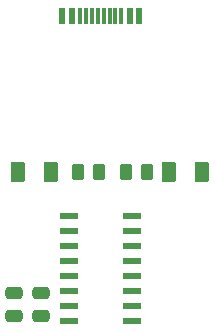
<source format=gbr>
%TF.GenerationSoftware,KiCad,Pcbnew,(6.0.7)*%
%TF.CreationDate,2022-09-27T17:11:20+08:00*%
%TF.ProjectId,51,35312e6b-6963-4616-945f-706362585858,rev?*%
%TF.SameCoordinates,Original*%
%TF.FileFunction,Paste,Top*%
%TF.FilePolarity,Positive*%
%FSLAX46Y46*%
G04 Gerber Fmt 4.6, Leading zero omitted, Abs format (unit mm)*
G04 Created by KiCad (PCBNEW (6.0.7)) date 2022-09-27 17:11:20*
%MOMM*%
%LPD*%
G01*
G04 APERTURE LIST*
G04 Aperture macros list*
%AMRoundRect*
0 Rectangle with rounded corners*
0 $1 Rounding radius*
0 $2 $3 $4 $5 $6 $7 $8 $9 X,Y pos of 4 corners*
0 Add a 4 corners polygon primitive as box body*
4,1,4,$2,$3,$4,$5,$6,$7,$8,$9,$2,$3,0*
0 Add four circle primitives for the rounded corners*
1,1,$1+$1,$2,$3*
1,1,$1+$1,$4,$5*
1,1,$1+$1,$6,$7*
1,1,$1+$1,$8,$9*
0 Add four rect primitives between the rounded corners*
20,1,$1+$1,$2,$3,$4,$5,0*
20,1,$1+$1,$4,$5,$6,$7,0*
20,1,$1+$1,$6,$7,$8,$9,0*
20,1,$1+$1,$8,$9,$2,$3,0*%
G04 Aperture macros list end*
%ADD10RoundRect,0.250000X-0.475000X0.250000X-0.475000X-0.250000X0.475000X-0.250000X0.475000X0.250000X0*%
%ADD11RoundRect,0.250000X-0.375000X-0.625000X0.375000X-0.625000X0.375000X0.625000X-0.375000X0.625000X0*%
%ADD12RoundRect,0.250000X0.375000X0.625000X-0.375000X0.625000X-0.375000X-0.625000X0.375000X-0.625000X0*%
%ADD13RoundRect,0.250000X-0.262500X-0.450000X0.262500X-0.450000X0.262500X0.450000X-0.262500X0.450000X0*%
%ADD14R,0.600000X1.450000*%
%ADD15R,0.300000X1.450000*%
%ADD16RoundRect,0.137500X-0.662500X-0.137500X0.662500X-0.137500X0.662500X0.137500X-0.662500X0.137500X0*%
G04 APERTURE END LIST*
D10*
%TO.C,C2*%
X90424000Y-62550000D03*
X90424000Y-64450000D03*
%TD*%
%TO.C,C1*%
X88138000Y-62550000D03*
X88138000Y-64450000D03*
%TD*%
D11*
%TO.C,D2*%
X88516000Y-52324000D03*
X91316000Y-52324000D03*
%TD*%
D12*
%TO.C,D1*%
X104119500Y-52324000D03*
X101319500Y-52324000D03*
%TD*%
D13*
%TO.C,R2*%
X93575500Y-52324000D03*
X95400500Y-52324000D03*
%TD*%
D14*
%TO.C,J1*%
X98754000Y-39097000D03*
X97954000Y-39097000D03*
D15*
X96754000Y-39097000D03*
X95754000Y-39097000D03*
X95254000Y-39097000D03*
X94254000Y-39097000D03*
D14*
X93054000Y-39097000D03*
X92254000Y-39097000D03*
X92254000Y-39097000D03*
X93054000Y-39097000D03*
D15*
X93754000Y-39097000D03*
X94754000Y-39097000D03*
X96254000Y-39097000D03*
X97254000Y-39097000D03*
D14*
X97954000Y-39097000D03*
X98754000Y-39097000D03*
%TD*%
D13*
%TO.C,R1*%
X97639500Y-52324000D03*
X99464500Y-52324000D03*
%TD*%
D16*
%TO.C,U1*%
X92854000Y-56007000D03*
X92854000Y-57277000D03*
X92854000Y-58547000D03*
X92854000Y-59817000D03*
X92854000Y-61087000D03*
X92854000Y-62357000D03*
X92854000Y-63627000D03*
X92854000Y-64897000D03*
X98154000Y-64897000D03*
X98154000Y-63627000D03*
X98154000Y-62357000D03*
X98154000Y-61087000D03*
X98154000Y-59817000D03*
X98154000Y-58547000D03*
X98154000Y-57277000D03*
X98154000Y-56007000D03*
%TD*%
M02*

</source>
